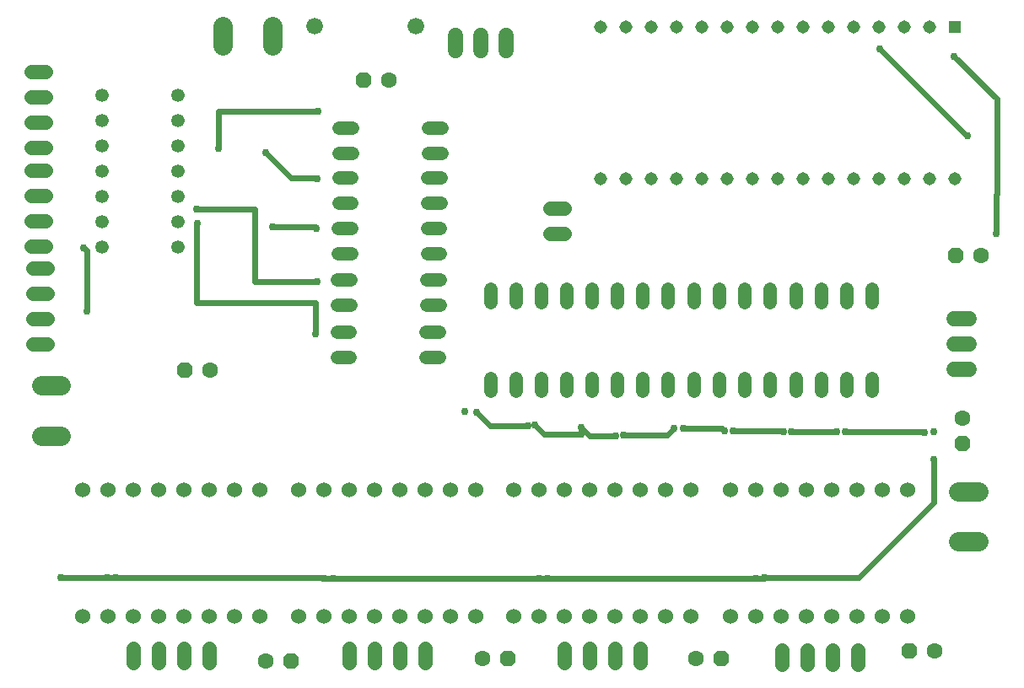
<source format=gbr>
G04 EAGLE Gerber RS-274X export*
G75*
%MOMM*%
%FSLAX34Y34*%
%LPD*%
%INBottom Copper*%
%IPPOS*%
%AMOC8*
5,1,8,0,0,1.08239X$1,22.5*%
G01*
G04 Define Apertures*
%ADD10R,1.308000X1.308000*%
%ADD11C,1.308000*%
%ADD12C,1.981200*%
%ADD13C,1.676400*%
%ADD14C,1.524000*%
%ADD15C,1.343400*%
%ADD16C,1.524000*%
%ADD17C,1.320800*%
%ADD18C,1.422400*%
%ADD19P,1.73204X8X202.5*%
%ADD20C,1.600200*%
%ADD21P,1.73204X8X22.5*%
%ADD22P,1.73204X8X292.5*%
%ADD23C,0.756400*%
%ADD24C,0.609600*%
D10*
X951583Y670055D03*
D11*
X926183Y670055D03*
X900783Y670055D03*
X875383Y670055D03*
X849983Y670055D03*
X824583Y670055D03*
X799183Y670055D03*
X773783Y670055D03*
X748383Y670055D03*
X722983Y670055D03*
X697583Y670055D03*
X672183Y670055D03*
X646783Y670055D03*
X621383Y670055D03*
X595983Y670055D03*
X595983Y517655D03*
X621383Y517655D03*
X646783Y517655D03*
X672183Y517655D03*
X697583Y517655D03*
X722983Y517655D03*
X748383Y517655D03*
X773783Y517655D03*
X799183Y517655D03*
X824583Y517655D03*
X849983Y517655D03*
X875383Y517655D03*
X900783Y517655D03*
X926183Y517655D03*
X951583Y517655D03*
D12*
X955326Y153797D02*
X975138Y153797D01*
X975138Y204089D02*
X955326Y204089D01*
X266837Y651907D02*
X266837Y671719D01*
X216545Y671719D02*
X216545Y651907D01*
D13*
X308547Y670925D03*
X410147Y670925D03*
D14*
X950341Y377635D02*
X965581Y377635D01*
X965581Y352235D02*
X950341Y352235D01*
X950341Y326835D02*
X965581Y326835D01*
D15*
X95527Y601512D03*
X95527Y576112D03*
X95527Y550712D03*
X95527Y525312D03*
X95527Y499912D03*
X95527Y474512D03*
X95527Y449112D03*
X171727Y449112D03*
X171727Y474512D03*
X171727Y499912D03*
X171727Y525312D03*
X171727Y550712D03*
X171727Y576112D03*
X171727Y601512D03*
D14*
X450215Y646541D02*
X450215Y661781D01*
X475615Y661781D02*
X475615Y646541D01*
X501015Y646541D02*
X501015Y661781D01*
D16*
X253464Y205683D03*
X228064Y205683D03*
X202664Y205683D03*
X177264Y205683D03*
X151864Y205683D03*
X126464Y205683D03*
X101064Y205683D03*
X75664Y205683D03*
X75664Y78683D03*
X101064Y78683D03*
X126464Y78683D03*
X151864Y78683D03*
X177264Y78683D03*
X202664Y78683D03*
X228064Y78683D03*
X253464Y78683D03*
X470630Y205804D03*
X445230Y205804D03*
X419830Y205804D03*
X394430Y205804D03*
X369030Y205804D03*
X343630Y205804D03*
X318230Y205804D03*
X292830Y205804D03*
X292830Y78804D03*
X318230Y78804D03*
X343630Y78804D03*
X369030Y78804D03*
X394430Y78804D03*
X419830Y78804D03*
X445230Y78804D03*
X470630Y78804D03*
X686530Y205804D03*
X661130Y205804D03*
X635730Y205804D03*
X610330Y205804D03*
X584930Y205804D03*
X559530Y205804D03*
X534130Y205804D03*
X508730Y205804D03*
X508730Y78804D03*
X534130Y78804D03*
X559530Y78804D03*
X584930Y78804D03*
X610330Y78804D03*
X635730Y78804D03*
X661130Y78804D03*
X686530Y78804D03*
X904460Y205804D03*
X879060Y205804D03*
X853660Y205804D03*
X828260Y205804D03*
X802860Y205804D03*
X777460Y205804D03*
X752060Y205804D03*
X726660Y205804D03*
X726660Y78804D03*
X752060Y78804D03*
X777460Y78804D03*
X802860Y78804D03*
X828260Y78804D03*
X853660Y78804D03*
X879060Y78804D03*
X904460Y78804D03*
D17*
X562158Y393891D02*
X562158Y407099D01*
X536758Y407099D02*
X536758Y393891D01*
X536758Y317691D02*
X536758Y304483D01*
X562158Y304483D02*
X562158Y317691D01*
X435387Y442389D02*
X422179Y442389D01*
X422179Y467789D02*
X435387Y467789D01*
X345979Y467789D02*
X332771Y467789D01*
X332771Y442389D02*
X345979Y442389D01*
X423179Y543766D02*
X436387Y543766D01*
X436387Y569166D02*
X423179Y569166D01*
X346979Y569166D02*
X333771Y569166D01*
X333771Y543766D02*
X346979Y543766D01*
X421520Y390876D02*
X434728Y390876D01*
X434728Y416276D02*
X421520Y416276D01*
X345320Y416276D02*
X332112Y416276D01*
X332112Y390876D02*
X345320Y390876D01*
X664057Y393907D02*
X664057Y407115D01*
X638657Y407115D02*
X638657Y393907D01*
X638657Y317707D02*
X638657Y304499D01*
X664057Y304499D02*
X664057Y317707D01*
X434164Y338884D02*
X420956Y338884D01*
X420956Y364284D02*
X434164Y364284D01*
X344756Y364284D02*
X331548Y364284D01*
X331548Y338884D02*
X344756Y338884D01*
X422607Y493386D02*
X435815Y493386D01*
X435815Y518786D02*
X422607Y518786D01*
X346407Y518786D02*
X333199Y518786D01*
X333199Y493386D02*
X346407Y493386D01*
X766301Y407043D02*
X766301Y393835D01*
X740901Y393835D02*
X740901Y407043D01*
X740901Y317635D02*
X740901Y304427D01*
X766301Y304427D02*
X766301Y317635D01*
X868278Y393842D02*
X868278Y407050D01*
X842878Y407050D02*
X842878Y393842D01*
X842878Y317642D02*
X842878Y304434D01*
X868278Y304434D02*
X868278Y317642D01*
X511524Y393827D02*
X511524Y407035D01*
X486124Y407035D02*
X486124Y393827D01*
X486124Y317627D02*
X486124Y304419D01*
X511524Y304419D02*
X511524Y317627D01*
X613061Y393954D02*
X613061Y407162D01*
X587661Y407162D02*
X587661Y393954D01*
X587661Y317754D02*
X587661Y304546D01*
X613061Y304546D02*
X613061Y317754D01*
X715319Y393827D02*
X715319Y407035D01*
X689919Y407035D02*
X689919Y393827D01*
X689919Y317627D02*
X689919Y304419D01*
X715319Y304419D02*
X715319Y317627D01*
X817340Y393954D02*
X817340Y407162D01*
X791940Y407162D02*
X791940Y393954D01*
X791940Y317754D02*
X791940Y304546D01*
X817340Y304546D02*
X817340Y317754D01*
D18*
X126778Y46292D02*
X126778Y32068D01*
X152178Y32068D02*
X152178Y46292D01*
X177578Y46292D02*
X177578Y32068D01*
X202978Y32068D02*
X202978Y46292D01*
X38925Y526883D02*
X24701Y526883D01*
X24701Y501483D02*
X38925Y501483D01*
X38925Y476083D02*
X24701Y476083D01*
X24701Y450683D02*
X38925Y450683D01*
X40203Y428159D02*
X25979Y428159D01*
X25979Y402759D02*
X40203Y402759D01*
X40203Y377359D02*
X25979Y377359D01*
X25979Y351959D02*
X40203Y351959D01*
X343567Y46704D02*
X343567Y32480D01*
X368967Y32480D02*
X368967Y46704D01*
X394367Y46704D02*
X394367Y32480D01*
X419767Y32480D02*
X419767Y46704D01*
X559245Y46196D02*
X559245Y31972D01*
X584645Y31972D02*
X584645Y46196D01*
X610045Y46196D02*
X610045Y31972D01*
X635445Y31972D02*
X635445Y46196D01*
X778002Y44481D02*
X778002Y30257D01*
X803402Y30257D02*
X803402Y44481D01*
X828802Y44481D02*
X828802Y30257D01*
X854202Y30257D02*
X854202Y44481D01*
X559587Y462976D02*
X545363Y462976D01*
X545363Y488376D02*
X559587Y488376D01*
X38925Y625593D02*
X24701Y625593D01*
X24701Y600193D02*
X38925Y600193D01*
X38925Y574793D02*
X24701Y574793D01*
X24701Y549393D02*
X38925Y549393D01*
D19*
X952127Y441071D03*
D20*
X977527Y441071D03*
D19*
X905542Y43752D03*
D20*
X930942Y43752D03*
D21*
X284861Y34036D03*
D20*
X259461Y34036D03*
D21*
X502952Y36640D03*
D20*
X477552Y36640D03*
D21*
X717074Y36132D03*
D20*
X691674Y36132D03*
D19*
X178118Y325850D03*
D20*
X203518Y325850D03*
D19*
X357759Y616998D03*
D20*
X383159Y616998D03*
D22*
X959199Y252159D03*
D20*
X959199Y277559D03*
D12*
X54356Y310293D02*
X34544Y310293D01*
X34544Y260001D02*
X54356Y260001D01*
D23*
X76930Y448945D03*
D24*
X79978Y445897D01*
X79978Y385223D01*
D23*
X79978Y385223D03*
X992824Y463171D03*
D24*
X992824Y502244D01*
X993679Y503099D01*
X993764Y532125D01*
X993764Y598435D01*
X951071Y641128D01*
D23*
X951071Y641128D03*
X875776Y648446D03*
D24*
X963105Y561118D01*
X964025Y561118D01*
D23*
X964025Y561118D03*
X100933Y117793D03*
D24*
X109188Y117793D01*
X317341Y117793D02*
X317976Y117158D01*
X317341Y117793D02*
X109188Y117793D01*
D23*
X317976Y117158D03*
D24*
X327438Y117158D01*
X534321Y117158D01*
X534321Y117031D01*
X534194Y117031D01*
D23*
X534194Y117031D03*
D24*
X542576Y117031D01*
X752380Y117031D01*
X752380Y117158D01*
X752062Y117158D01*
D23*
X752062Y117158D03*
X109188Y117793D03*
X327438Y117158D03*
X542576Y117031D03*
D24*
X752062Y117158D02*
X760063Y117158D01*
X760063Y117348D01*
D23*
X760063Y117348D03*
X54450Y117920D03*
D24*
X54577Y117793D02*
X100933Y117793D01*
X54577Y117793D02*
X54450Y117920D01*
D23*
X618998Y260509D03*
X529685Y270447D03*
X576675Y268155D03*
X728758Y265240D03*
X787305Y264097D03*
X841343Y264478D03*
X678529Y267526D03*
X833025Y264160D03*
X779558Y263716D03*
X720757Y264795D03*
X669989Y267748D03*
X611219Y260033D03*
X576802Y261176D03*
X522827Y270193D03*
X471456Y283909D03*
X459962Y284226D03*
D24*
X471456Y283909D02*
X485172Y270193D01*
X522827Y270193D01*
X529685Y270447D02*
X538956Y261176D01*
X576802Y261176D01*
X576675Y268155D02*
X584798Y260033D01*
X611219Y260033D01*
X618998Y260509D02*
X662750Y260509D01*
X669989Y267748D01*
X678529Y267526D02*
X718026Y267526D01*
X720757Y264795D01*
X728758Y265240D02*
X778034Y265240D01*
X779558Y263716D01*
X787305Y264097D02*
X832961Y264097D01*
X833025Y264160D01*
D23*
X930243Y263779D03*
D24*
X920242Y264478D02*
X841343Y264478D01*
X920242Y264478D02*
X921322Y263398D01*
D23*
X921322Y263398D03*
D24*
X853885Y117348D02*
X760063Y117348D01*
X853885Y117348D02*
X854012Y117221D01*
X855091Y117221D01*
X930688Y192818D01*
X930688Y235839D01*
D23*
X930688Y235839D03*
X309467Y362490D03*
D24*
X309467Y393319D01*
X190214Y393319D01*
X190214Y473424D01*
X191294Y473424D01*
D23*
X191294Y473424D03*
X266510Y469519D03*
D24*
X309563Y469519D01*
X309563Y468186D01*
X310198Y468186D01*
D23*
X310198Y468186D03*
X190278Y487966D03*
D24*
X248507Y487966D01*
X248507Y414401D01*
X311690Y414401D01*
D23*
X311690Y414401D03*
X259398Y544608D03*
D24*
X310579Y519113D02*
X311785Y517906D01*
X310579Y519113D02*
X284893Y519113D01*
X259398Y544608D01*
D23*
X311785Y517906D03*
X212058Y548735D03*
D24*
X212058Y586169D01*
X312007Y586169D02*
X312230Y585946D01*
X312007Y586169D02*
X212058Y586169D01*
D23*
X312230Y585946D03*
M02*

</source>
